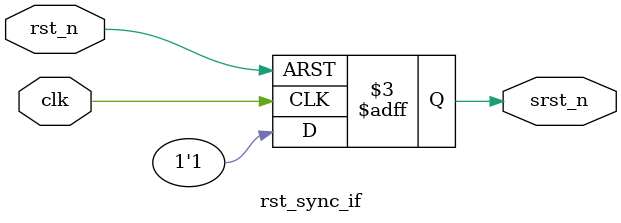
<source format=sv>
module rst_sync_if
(
    input  logic clk,
                 rst_n,

    output logic srst_n
);

    always_ff @(posedge clk or negedge rst_n)
        if (~rst_n)
            srst_n <= 0;
        else
            srst_n <= 1;

endmodule

</source>
